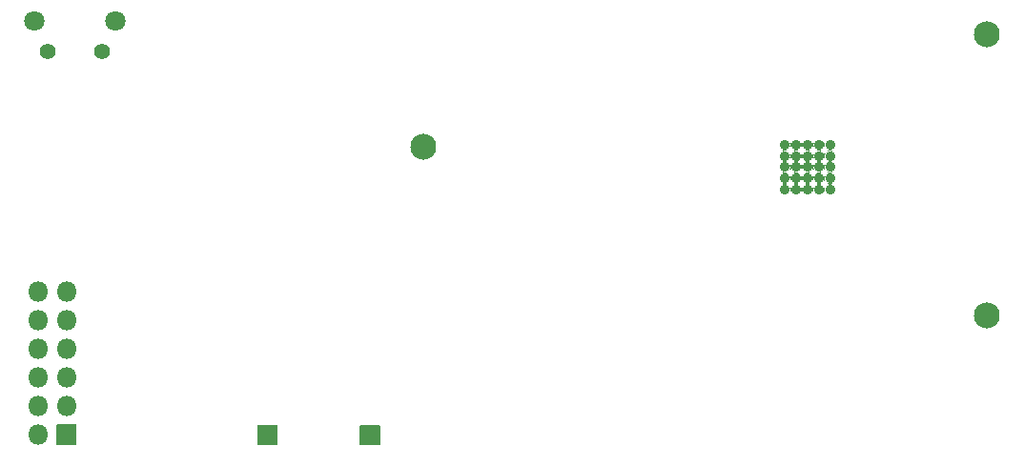
<source format=gbr>
G04 #@! TF.GenerationSoftware,KiCad,Pcbnew,(5.1.9)-1*
G04 #@! TF.CreationDate,2021-02-03T10:13:10+01:00*
G04 #@! TF.ProjectId,epaper-breakout,65706170-6572-42d6-9272-65616b6f7574,rev?*
G04 #@! TF.SameCoordinates,Original*
G04 #@! TF.FileFunction,Soldermask,Bot*
G04 #@! TF.FilePolarity,Negative*
%FSLAX46Y46*%
G04 Gerber Fmt 4.6, Leading zero omitted, Abs format (unit mm)*
G04 Created by KiCad (PCBNEW (5.1.9)-1) date 2021-02-03 10:13:10*
%MOMM*%
%LPD*%
G01*
G04 APERTURE LIST*
%ADD10C,1.392000*%
%ADD11C,1.802000*%
%ADD12C,0.902000*%
%ADD13O,1.802000X1.802000*%
%ADD14C,2.302000*%
%ADD15C,0.100000*%
G04 APERTURE END LIST*
D10*
X32888000Y-23765000D03*
X28038000Y-23765000D03*
D11*
X34063000Y-21065000D03*
X26863000Y-21065000D03*
D12*
X93500000Y-32020000D03*
X93500000Y-33020000D03*
X93500000Y-34020000D03*
X93500000Y-35020000D03*
X93500000Y-36020000D03*
X94500000Y-36020000D03*
X94500000Y-35020000D03*
X94500000Y-34020000D03*
X94500000Y-33020000D03*
X94500000Y-32020000D03*
X96500000Y-32020000D03*
X96500000Y-33020000D03*
X96500000Y-34020000D03*
X96500000Y-35020000D03*
X96500000Y-36020000D03*
X95500000Y-36020000D03*
X95500000Y-35020000D03*
X95500000Y-34020000D03*
X95500000Y-33020000D03*
X95500000Y-32020000D03*
X97500000Y-36020000D03*
X97500000Y-35020000D03*
X97500000Y-34020000D03*
X97500000Y-33020000D03*
X97500000Y-32020000D03*
G36*
G01*
X55741000Y-58698500D02*
X55741000Y-56998500D01*
G75*
G02*
X55792000Y-56947500I51000J0D01*
G01*
X57492000Y-56947500D01*
G75*
G02*
X57543000Y-56998500I0J-51000D01*
G01*
X57543000Y-58698500D01*
G75*
G02*
X57492000Y-58749500I-51000J0D01*
G01*
X55792000Y-58749500D01*
G75*
G02*
X55741000Y-58698500I0J51000D01*
G01*
G37*
G36*
G01*
X46660500Y-58698500D02*
X46660500Y-56998500D01*
G75*
G02*
X46711500Y-56947500I51000J0D01*
G01*
X48411500Y-56947500D01*
G75*
G02*
X48462500Y-56998500I0J-51000D01*
G01*
X48462500Y-58698500D01*
G75*
G02*
X48411500Y-58749500I-51000J0D01*
G01*
X46711500Y-58749500D01*
G75*
G02*
X46660500Y-58698500I0J51000D01*
G01*
G37*
D13*
X27152600Y-45085000D03*
X29692600Y-45085000D03*
X27152600Y-47625000D03*
X29692600Y-47625000D03*
X27152600Y-50165000D03*
X29692600Y-50165000D03*
X27152600Y-52705000D03*
X29692600Y-52705000D03*
X27152600Y-55245000D03*
X29692600Y-55245000D03*
X27152600Y-57785000D03*
G36*
G01*
X30593600Y-56935000D02*
X30593600Y-58635000D01*
G75*
G02*
X30542600Y-58686000I-51000J0D01*
G01*
X28842600Y-58686000D01*
G75*
G02*
X28791600Y-58635000I0J51000D01*
G01*
X28791600Y-56935000D01*
G75*
G02*
X28842600Y-56884000I51000J0D01*
G01*
X30542600Y-56884000D01*
G75*
G02*
X30593600Y-56935000I0J-51000D01*
G01*
G37*
D14*
X111400000Y-47200000D03*
X61400000Y-32200000D03*
X111400000Y-22200000D03*
D15*
G36*
X95899807Y-35807374D02*
G01*
X95913034Y-35823491D01*
X95931671Y-35838786D01*
X95952934Y-35850151D01*
X95976009Y-35857151D01*
X96000000Y-35859514D01*
X96023992Y-35857151D01*
X96047066Y-35850151D01*
X96068330Y-35838786D01*
X96086967Y-35823490D01*
X96100193Y-35807374D01*
X96102065Y-35806670D01*
X96103611Y-35807939D01*
X96103587Y-35809408D01*
X96070344Y-35889664D01*
X96053172Y-35975993D01*
X96053172Y-36064007D01*
X96070344Y-36150336D01*
X96103587Y-36230592D01*
X96103326Y-36232575D01*
X96101478Y-36233340D01*
X96100193Y-36232626D01*
X96086966Y-36216509D01*
X96068329Y-36201214D01*
X96047066Y-36189849D01*
X96023991Y-36182849D01*
X96000000Y-36180486D01*
X95976008Y-36182849D01*
X95952934Y-36189849D01*
X95931670Y-36201214D01*
X95913033Y-36216510D01*
X95899807Y-36232626D01*
X95897935Y-36233330D01*
X95896389Y-36232061D01*
X95896413Y-36230592D01*
X95929656Y-36150336D01*
X95946828Y-36064007D01*
X95946828Y-35975993D01*
X95929656Y-35889664D01*
X95896413Y-35809408D01*
X95896674Y-35807425D01*
X95898522Y-35806660D01*
X95899807Y-35807374D01*
G37*
G36*
X96899807Y-35807374D02*
G01*
X96913034Y-35823491D01*
X96931671Y-35838786D01*
X96952934Y-35850151D01*
X96976009Y-35857151D01*
X97000000Y-35859514D01*
X97023992Y-35857151D01*
X97047066Y-35850151D01*
X97068330Y-35838786D01*
X97086967Y-35823490D01*
X97100193Y-35807374D01*
X97102065Y-35806670D01*
X97103611Y-35807939D01*
X97103587Y-35809408D01*
X97070344Y-35889664D01*
X97053172Y-35975993D01*
X97053172Y-36064007D01*
X97070344Y-36150336D01*
X97103587Y-36230592D01*
X97103326Y-36232575D01*
X97101478Y-36233340D01*
X97100193Y-36232626D01*
X97086966Y-36216509D01*
X97068329Y-36201214D01*
X97047066Y-36189849D01*
X97023991Y-36182849D01*
X97000000Y-36180486D01*
X96976008Y-36182849D01*
X96952934Y-36189849D01*
X96931670Y-36201214D01*
X96913033Y-36216510D01*
X96899807Y-36232626D01*
X96897935Y-36233330D01*
X96896389Y-36232061D01*
X96896413Y-36230592D01*
X96929656Y-36150336D01*
X96946828Y-36064007D01*
X96946828Y-35975993D01*
X96929656Y-35889664D01*
X96896413Y-35809408D01*
X96896674Y-35807425D01*
X96898522Y-35806660D01*
X96899807Y-35807374D01*
G37*
G36*
X94899807Y-35807374D02*
G01*
X94913034Y-35823491D01*
X94931671Y-35838786D01*
X94952934Y-35850151D01*
X94976009Y-35857151D01*
X95000000Y-35859514D01*
X95023992Y-35857151D01*
X95047066Y-35850151D01*
X95068330Y-35838786D01*
X95086967Y-35823490D01*
X95100193Y-35807374D01*
X95102065Y-35806670D01*
X95103611Y-35807939D01*
X95103587Y-35809408D01*
X95070344Y-35889664D01*
X95053172Y-35975993D01*
X95053172Y-36064007D01*
X95070344Y-36150336D01*
X95103587Y-36230592D01*
X95103326Y-36232575D01*
X95101478Y-36233340D01*
X95100193Y-36232626D01*
X95086966Y-36216509D01*
X95068329Y-36201214D01*
X95047066Y-36189849D01*
X95023991Y-36182849D01*
X95000000Y-36180486D01*
X94976008Y-36182849D01*
X94952934Y-36189849D01*
X94931670Y-36201214D01*
X94913033Y-36216510D01*
X94899807Y-36232626D01*
X94897935Y-36233330D01*
X94896389Y-36232061D01*
X94896413Y-36230592D01*
X94929656Y-36150336D01*
X94946828Y-36064007D01*
X94946828Y-35975993D01*
X94929656Y-35889664D01*
X94896413Y-35809408D01*
X94896674Y-35807425D01*
X94898522Y-35806660D01*
X94899807Y-35807374D01*
G37*
G36*
X93899807Y-35807374D02*
G01*
X93913034Y-35823491D01*
X93931671Y-35838786D01*
X93952934Y-35850151D01*
X93976009Y-35857151D01*
X94000000Y-35859514D01*
X94023992Y-35857151D01*
X94047066Y-35850151D01*
X94068330Y-35838786D01*
X94086967Y-35823490D01*
X94100193Y-35807374D01*
X94102065Y-35806670D01*
X94103611Y-35807939D01*
X94103587Y-35809408D01*
X94070344Y-35889664D01*
X94053172Y-35975993D01*
X94053172Y-36064007D01*
X94070344Y-36150336D01*
X94103587Y-36230592D01*
X94103326Y-36232575D01*
X94101478Y-36233340D01*
X94100193Y-36232626D01*
X94086966Y-36216509D01*
X94068329Y-36201214D01*
X94047066Y-36189849D01*
X94023991Y-36182849D01*
X94000000Y-36180486D01*
X93976008Y-36182849D01*
X93952934Y-36189849D01*
X93931670Y-36201214D01*
X93913033Y-36216510D01*
X93899807Y-36232626D01*
X93897935Y-36233330D01*
X93896389Y-36232061D01*
X93896413Y-36230592D01*
X93929656Y-36150336D01*
X93946828Y-36064007D01*
X93946828Y-35975993D01*
X93929656Y-35889664D01*
X93896413Y-35809408D01*
X93896674Y-35807425D01*
X93898522Y-35806660D01*
X93899807Y-35807374D01*
G37*
G36*
X95289408Y-35416413D02*
G01*
X95369664Y-35449656D01*
X95455993Y-35466828D01*
X95544007Y-35466828D01*
X95630336Y-35449656D01*
X95710592Y-35416413D01*
X95712575Y-35416674D01*
X95713340Y-35418522D01*
X95712626Y-35419807D01*
X95696509Y-35433034D01*
X95681214Y-35451671D01*
X95669849Y-35472934D01*
X95662849Y-35496009D01*
X95660486Y-35520000D01*
X95662849Y-35543992D01*
X95669849Y-35567066D01*
X95681214Y-35588330D01*
X95696510Y-35606967D01*
X95712626Y-35620193D01*
X95713330Y-35622065D01*
X95712061Y-35623611D01*
X95710592Y-35623587D01*
X95630336Y-35590344D01*
X95544007Y-35573172D01*
X95455993Y-35573172D01*
X95369664Y-35590344D01*
X95289408Y-35623587D01*
X95287425Y-35623326D01*
X95286660Y-35621478D01*
X95287374Y-35620193D01*
X95303491Y-35606966D01*
X95318786Y-35588329D01*
X95330151Y-35567066D01*
X95337151Y-35543991D01*
X95339514Y-35520000D01*
X95337151Y-35496008D01*
X95330151Y-35472934D01*
X95318786Y-35451670D01*
X95303490Y-35433033D01*
X95287374Y-35419807D01*
X95286670Y-35417935D01*
X95287939Y-35416389D01*
X95289408Y-35416413D01*
G37*
G36*
X93289408Y-35416413D02*
G01*
X93369664Y-35449656D01*
X93455993Y-35466828D01*
X93544007Y-35466828D01*
X93630336Y-35449656D01*
X93710592Y-35416413D01*
X93712575Y-35416674D01*
X93713340Y-35418522D01*
X93712626Y-35419807D01*
X93696509Y-35433034D01*
X93681214Y-35451671D01*
X93669849Y-35472934D01*
X93662849Y-35496009D01*
X93660486Y-35520000D01*
X93662849Y-35543992D01*
X93669849Y-35567066D01*
X93681214Y-35588330D01*
X93696510Y-35606967D01*
X93712626Y-35620193D01*
X93713330Y-35622065D01*
X93712061Y-35623611D01*
X93710592Y-35623587D01*
X93630336Y-35590344D01*
X93544007Y-35573172D01*
X93455993Y-35573172D01*
X93369664Y-35590344D01*
X93289408Y-35623587D01*
X93287425Y-35623326D01*
X93286660Y-35621478D01*
X93287374Y-35620193D01*
X93303491Y-35606966D01*
X93318786Y-35588329D01*
X93330151Y-35567066D01*
X93337151Y-35543991D01*
X93339514Y-35520000D01*
X93337151Y-35496008D01*
X93330151Y-35472934D01*
X93318786Y-35451670D01*
X93303490Y-35433033D01*
X93287374Y-35419807D01*
X93286670Y-35417935D01*
X93287939Y-35416389D01*
X93289408Y-35416413D01*
G37*
G36*
X97289408Y-35416413D02*
G01*
X97369664Y-35449656D01*
X97455993Y-35466828D01*
X97544007Y-35466828D01*
X97630336Y-35449656D01*
X97710592Y-35416413D01*
X97712575Y-35416674D01*
X97713340Y-35418522D01*
X97712626Y-35419807D01*
X97696509Y-35433034D01*
X97681214Y-35451671D01*
X97669849Y-35472934D01*
X97662849Y-35496009D01*
X97660486Y-35520000D01*
X97662849Y-35543992D01*
X97669849Y-35567066D01*
X97681214Y-35588330D01*
X97696510Y-35606967D01*
X97712626Y-35620193D01*
X97713330Y-35622065D01*
X97712061Y-35623611D01*
X97710592Y-35623587D01*
X97630336Y-35590344D01*
X97544007Y-35573172D01*
X97455993Y-35573172D01*
X97369664Y-35590344D01*
X97289408Y-35623587D01*
X97287425Y-35623326D01*
X97286660Y-35621478D01*
X97287374Y-35620193D01*
X97303491Y-35606966D01*
X97318786Y-35588329D01*
X97330151Y-35567066D01*
X97337151Y-35543991D01*
X97339514Y-35520000D01*
X97337151Y-35496008D01*
X97330151Y-35472934D01*
X97318786Y-35451670D01*
X97303490Y-35433033D01*
X97287374Y-35419807D01*
X97286670Y-35417935D01*
X97287939Y-35416389D01*
X97289408Y-35416413D01*
G37*
G36*
X96289408Y-35416413D02*
G01*
X96369664Y-35449656D01*
X96455993Y-35466828D01*
X96544007Y-35466828D01*
X96630336Y-35449656D01*
X96710592Y-35416413D01*
X96712575Y-35416674D01*
X96713340Y-35418522D01*
X96712626Y-35419807D01*
X96696509Y-35433034D01*
X96681214Y-35451671D01*
X96669849Y-35472934D01*
X96662849Y-35496009D01*
X96660486Y-35520000D01*
X96662849Y-35543992D01*
X96669849Y-35567066D01*
X96681214Y-35588330D01*
X96696510Y-35606967D01*
X96712626Y-35620193D01*
X96713330Y-35622065D01*
X96712061Y-35623611D01*
X96710592Y-35623587D01*
X96630336Y-35590344D01*
X96544007Y-35573172D01*
X96455993Y-35573172D01*
X96369664Y-35590344D01*
X96289408Y-35623587D01*
X96287425Y-35623326D01*
X96286660Y-35621478D01*
X96287374Y-35620193D01*
X96303491Y-35606966D01*
X96318786Y-35588329D01*
X96330151Y-35567066D01*
X96337151Y-35543991D01*
X96339514Y-35520000D01*
X96337151Y-35496008D01*
X96330151Y-35472934D01*
X96318786Y-35451670D01*
X96303490Y-35433033D01*
X96287374Y-35419807D01*
X96286670Y-35417935D01*
X96287939Y-35416389D01*
X96289408Y-35416413D01*
G37*
G36*
X94289408Y-35416413D02*
G01*
X94369664Y-35449656D01*
X94455993Y-35466828D01*
X94544007Y-35466828D01*
X94630336Y-35449656D01*
X94710592Y-35416413D01*
X94712575Y-35416674D01*
X94713340Y-35418522D01*
X94712626Y-35419807D01*
X94696509Y-35433034D01*
X94681214Y-35451671D01*
X94669849Y-35472934D01*
X94662849Y-35496009D01*
X94660486Y-35520000D01*
X94662849Y-35543992D01*
X94669849Y-35567066D01*
X94681214Y-35588330D01*
X94696510Y-35606967D01*
X94712626Y-35620193D01*
X94713330Y-35622065D01*
X94712061Y-35623611D01*
X94710592Y-35623587D01*
X94630336Y-35590344D01*
X94544007Y-35573172D01*
X94455993Y-35573172D01*
X94369664Y-35590344D01*
X94289408Y-35623587D01*
X94287425Y-35623326D01*
X94286660Y-35621478D01*
X94287374Y-35620193D01*
X94303491Y-35606966D01*
X94318786Y-35588329D01*
X94330151Y-35567066D01*
X94337151Y-35543991D01*
X94339514Y-35520000D01*
X94337151Y-35496008D01*
X94330151Y-35472934D01*
X94318786Y-35451670D01*
X94303490Y-35433033D01*
X94287374Y-35419807D01*
X94286670Y-35417935D01*
X94287939Y-35416389D01*
X94289408Y-35416413D01*
G37*
G36*
X94899807Y-34807374D02*
G01*
X94913034Y-34823491D01*
X94931671Y-34838786D01*
X94952934Y-34850151D01*
X94976009Y-34857151D01*
X95000000Y-34859514D01*
X95023992Y-34857151D01*
X95047066Y-34850151D01*
X95068330Y-34838786D01*
X95086967Y-34823490D01*
X95100193Y-34807374D01*
X95102065Y-34806670D01*
X95103611Y-34807939D01*
X95103587Y-34809408D01*
X95070344Y-34889664D01*
X95053172Y-34975993D01*
X95053172Y-35064007D01*
X95070344Y-35150336D01*
X95103587Y-35230592D01*
X95103326Y-35232575D01*
X95101478Y-35233340D01*
X95100193Y-35232626D01*
X95086966Y-35216509D01*
X95068329Y-35201214D01*
X95047066Y-35189849D01*
X95023991Y-35182849D01*
X95000000Y-35180486D01*
X94976008Y-35182849D01*
X94952934Y-35189849D01*
X94931670Y-35201214D01*
X94913033Y-35216510D01*
X94899807Y-35232626D01*
X94897935Y-35233330D01*
X94896389Y-35232061D01*
X94896413Y-35230592D01*
X94929656Y-35150336D01*
X94946828Y-35064007D01*
X94946828Y-34975993D01*
X94929656Y-34889664D01*
X94896413Y-34809408D01*
X94896674Y-34807425D01*
X94898522Y-34806660D01*
X94899807Y-34807374D01*
G37*
G36*
X96899807Y-34807374D02*
G01*
X96913034Y-34823491D01*
X96931671Y-34838786D01*
X96952934Y-34850151D01*
X96976009Y-34857151D01*
X97000000Y-34859514D01*
X97023992Y-34857151D01*
X97047066Y-34850151D01*
X97068330Y-34838786D01*
X97086967Y-34823490D01*
X97100193Y-34807374D01*
X97102065Y-34806670D01*
X97103611Y-34807939D01*
X97103587Y-34809408D01*
X97070344Y-34889664D01*
X97053172Y-34975993D01*
X97053172Y-35064007D01*
X97070344Y-35150336D01*
X97103587Y-35230592D01*
X97103326Y-35232575D01*
X97101478Y-35233340D01*
X97100193Y-35232626D01*
X97086966Y-35216509D01*
X97068329Y-35201214D01*
X97047066Y-35189849D01*
X97023991Y-35182849D01*
X97000000Y-35180486D01*
X96976008Y-35182849D01*
X96952934Y-35189849D01*
X96931670Y-35201214D01*
X96913033Y-35216510D01*
X96899807Y-35232626D01*
X96897935Y-35233330D01*
X96896389Y-35232061D01*
X96896413Y-35230592D01*
X96929656Y-35150336D01*
X96946828Y-35064007D01*
X96946828Y-34975993D01*
X96929656Y-34889664D01*
X96896413Y-34809408D01*
X96896674Y-34807425D01*
X96898522Y-34806660D01*
X96899807Y-34807374D01*
G37*
G36*
X93899807Y-34807374D02*
G01*
X93913034Y-34823491D01*
X93931671Y-34838786D01*
X93952934Y-34850151D01*
X93976009Y-34857151D01*
X94000000Y-34859514D01*
X94023992Y-34857151D01*
X94047066Y-34850151D01*
X94068330Y-34838786D01*
X94086967Y-34823490D01*
X94100193Y-34807374D01*
X94102065Y-34806670D01*
X94103611Y-34807939D01*
X94103587Y-34809408D01*
X94070344Y-34889664D01*
X94053172Y-34975993D01*
X94053172Y-35064007D01*
X94070344Y-35150336D01*
X94103587Y-35230592D01*
X94103326Y-35232575D01*
X94101478Y-35233340D01*
X94100193Y-35232626D01*
X94086966Y-35216509D01*
X94068329Y-35201214D01*
X94047066Y-35189849D01*
X94023991Y-35182849D01*
X94000000Y-35180486D01*
X93976008Y-35182849D01*
X93952934Y-35189849D01*
X93931670Y-35201214D01*
X93913033Y-35216510D01*
X93899807Y-35232626D01*
X93897935Y-35233330D01*
X93896389Y-35232061D01*
X93896413Y-35230592D01*
X93929656Y-35150336D01*
X93946828Y-35064007D01*
X93946828Y-34975993D01*
X93929656Y-34889664D01*
X93896413Y-34809408D01*
X93896674Y-34807425D01*
X93898522Y-34806660D01*
X93899807Y-34807374D01*
G37*
G36*
X95899807Y-34807374D02*
G01*
X95913034Y-34823491D01*
X95931671Y-34838786D01*
X95952934Y-34850151D01*
X95976009Y-34857151D01*
X96000000Y-34859514D01*
X96023992Y-34857151D01*
X96047066Y-34850151D01*
X96068330Y-34838786D01*
X96086967Y-34823490D01*
X96100193Y-34807374D01*
X96102065Y-34806670D01*
X96103611Y-34807939D01*
X96103587Y-34809408D01*
X96070344Y-34889664D01*
X96053172Y-34975993D01*
X96053172Y-35064007D01*
X96070344Y-35150336D01*
X96103587Y-35230592D01*
X96103326Y-35232575D01*
X96101478Y-35233340D01*
X96100193Y-35232626D01*
X96086966Y-35216509D01*
X96068329Y-35201214D01*
X96047066Y-35189849D01*
X96023991Y-35182849D01*
X96000000Y-35180486D01*
X95976008Y-35182849D01*
X95952934Y-35189849D01*
X95931670Y-35201214D01*
X95913033Y-35216510D01*
X95899807Y-35232626D01*
X95897935Y-35233330D01*
X95896389Y-35232061D01*
X95896413Y-35230592D01*
X95929656Y-35150336D01*
X95946828Y-35064007D01*
X95946828Y-34975993D01*
X95929656Y-34889664D01*
X95896413Y-34809408D01*
X95896674Y-34807425D01*
X95898522Y-34806660D01*
X95899807Y-34807374D01*
G37*
G36*
X96289408Y-34416413D02*
G01*
X96369664Y-34449656D01*
X96455993Y-34466828D01*
X96544007Y-34466828D01*
X96630336Y-34449656D01*
X96710592Y-34416413D01*
X96712575Y-34416674D01*
X96713340Y-34418522D01*
X96712626Y-34419807D01*
X96696509Y-34433034D01*
X96681214Y-34451671D01*
X96669849Y-34472934D01*
X96662849Y-34496009D01*
X96660486Y-34520000D01*
X96662849Y-34543992D01*
X96669849Y-34567066D01*
X96681214Y-34588330D01*
X96696510Y-34606967D01*
X96712626Y-34620193D01*
X96713330Y-34622065D01*
X96712061Y-34623611D01*
X96710592Y-34623587D01*
X96630336Y-34590344D01*
X96544007Y-34573172D01*
X96455993Y-34573172D01*
X96369664Y-34590344D01*
X96289408Y-34623587D01*
X96287425Y-34623326D01*
X96286660Y-34621478D01*
X96287374Y-34620193D01*
X96303491Y-34606966D01*
X96318786Y-34588329D01*
X96330151Y-34567066D01*
X96337151Y-34543991D01*
X96339514Y-34520000D01*
X96337151Y-34496008D01*
X96330151Y-34472934D01*
X96318786Y-34451670D01*
X96303490Y-34433033D01*
X96287374Y-34419807D01*
X96286670Y-34417935D01*
X96287939Y-34416389D01*
X96289408Y-34416413D01*
G37*
G36*
X94289408Y-34416413D02*
G01*
X94369664Y-34449656D01*
X94455993Y-34466828D01*
X94544007Y-34466828D01*
X94630336Y-34449656D01*
X94710592Y-34416413D01*
X94712575Y-34416674D01*
X94713340Y-34418522D01*
X94712626Y-34419807D01*
X94696509Y-34433034D01*
X94681214Y-34451671D01*
X94669849Y-34472934D01*
X94662849Y-34496009D01*
X94660486Y-34520000D01*
X94662849Y-34543992D01*
X94669849Y-34567066D01*
X94681214Y-34588330D01*
X94696510Y-34606967D01*
X94712626Y-34620193D01*
X94713330Y-34622065D01*
X94712061Y-34623611D01*
X94710592Y-34623587D01*
X94630336Y-34590344D01*
X94544007Y-34573172D01*
X94455993Y-34573172D01*
X94369664Y-34590344D01*
X94289408Y-34623587D01*
X94287425Y-34623326D01*
X94286660Y-34621478D01*
X94287374Y-34620193D01*
X94303491Y-34606966D01*
X94318786Y-34588329D01*
X94330151Y-34567066D01*
X94337151Y-34543991D01*
X94339514Y-34520000D01*
X94337151Y-34496008D01*
X94330151Y-34472934D01*
X94318786Y-34451670D01*
X94303490Y-34433033D01*
X94287374Y-34419807D01*
X94286670Y-34417935D01*
X94287939Y-34416389D01*
X94289408Y-34416413D01*
G37*
G36*
X95289408Y-34416413D02*
G01*
X95369664Y-34449656D01*
X95455993Y-34466828D01*
X95544007Y-34466828D01*
X95630336Y-34449656D01*
X95710592Y-34416413D01*
X95712575Y-34416674D01*
X95713340Y-34418522D01*
X95712626Y-34419807D01*
X95696509Y-34433034D01*
X95681214Y-34451671D01*
X95669849Y-34472934D01*
X95662849Y-34496009D01*
X95660486Y-34520000D01*
X95662849Y-34543992D01*
X95669849Y-34567066D01*
X95681214Y-34588330D01*
X95696510Y-34606967D01*
X95712626Y-34620193D01*
X95713330Y-34622065D01*
X95712061Y-34623611D01*
X95710592Y-34623587D01*
X95630336Y-34590344D01*
X95544007Y-34573172D01*
X95455993Y-34573172D01*
X95369664Y-34590344D01*
X95289408Y-34623587D01*
X95287425Y-34623326D01*
X95286660Y-34621478D01*
X95287374Y-34620193D01*
X95303491Y-34606966D01*
X95318786Y-34588329D01*
X95330151Y-34567066D01*
X95337151Y-34543991D01*
X95339514Y-34520000D01*
X95337151Y-34496008D01*
X95330151Y-34472934D01*
X95318786Y-34451670D01*
X95303490Y-34433033D01*
X95287374Y-34419807D01*
X95286670Y-34417935D01*
X95287939Y-34416389D01*
X95289408Y-34416413D01*
G37*
G36*
X93289408Y-34416413D02*
G01*
X93369664Y-34449656D01*
X93455993Y-34466828D01*
X93544007Y-34466828D01*
X93630336Y-34449656D01*
X93710592Y-34416413D01*
X93712575Y-34416674D01*
X93713340Y-34418522D01*
X93712626Y-34419807D01*
X93696509Y-34433034D01*
X93681214Y-34451671D01*
X93669849Y-34472934D01*
X93662849Y-34496009D01*
X93660486Y-34520000D01*
X93662849Y-34543992D01*
X93669849Y-34567066D01*
X93681214Y-34588330D01*
X93696510Y-34606967D01*
X93712626Y-34620193D01*
X93713330Y-34622065D01*
X93712061Y-34623611D01*
X93710592Y-34623587D01*
X93630336Y-34590344D01*
X93544007Y-34573172D01*
X93455993Y-34573172D01*
X93369664Y-34590344D01*
X93289408Y-34623587D01*
X93287425Y-34623326D01*
X93286660Y-34621478D01*
X93287374Y-34620193D01*
X93303491Y-34606966D01*
X93318786Y-34588329D01*
X93330151Y-34567066D01*
X93337151Y-34543991D01*
X93339514Y-34520000D01*
X93337151Y-34496008D01*
X93330151Y-34472934D01*
X93318786Y-34451670D01*
X93303490Y-34433033D01*
X93287374Y-34419807D01*
X93286670Y-34417935D01*
X93287939Y-34416389D01*
X93289408Y-34416413D01*
G37*
G36*
X97289408Y-34416413D02*
G01*
X97369664Y-34449656D01*
X97455993Y-34466828D01*
X97544007Y-34466828D01*
X97630336Y-34449656D01*
X97710592Y-34416413D01*
X97712575Y-34416674D01*
X97713340Y-34418522D01*
X97712626Y-34419807D01*
X97696509Y-34433034D01*
X97681214Y-34451671D01*
X97669849Y-34472934D01*
X97662849Y-34496009D01*
X97660486Y-34520000D01*
X97662849Y-34543992D01*
X97669849Y-34567066D01*
X97681214Y-34588330D01*
X97696510Y-34606967D01*
X97712626Y-34620193D01*
X97713330Y-34622065D01*
X97712061Y-34623611D01*
X97710592Y-34623587D01*
X97630336Y-34590344D01*
X97544007Y-34573172D01*
X97455993Y-34573172D01*
X97369664Y-34590344D01*
X97289408Y-34623587D01*
X97287425Y-34623326D01*
X97286660Y-34621478D01*
X97287374Y-34620193D01*
X97303491Y-34606966D01*
X97318786Y-34588329D01*
X97330151Y-34567066D01*
X97337151Y-34543991D01*
X97339514Y-34520000D01*
X97337151Y-34496008D01*
X97330151Y-34472934D01*
X97318786Y-34451670D01*
X97303490Y-34433033D01*
X97287374Y-34419807D01*
X97286670Y-34417935D01*
X97287939Y-34416389D01*
X97289408Y-34416413D01*
G37*
G36*
X96899807Y-33807374D02*
G01*
X96913034Y-33823491D01*
X96931671Y-33838786D01*
X96952934Y-33850151D01*
X96976009Y-33857151D01*
X97000000Y-33859514D01*
X97023992Y-33857151D01*
X97047066Y-33850151D01*
X97068330Y-33838786D01*
X97086967Y-33823490D01*
X97100193Y-33807374D01*
X97102065Y-33806670D01*
X97103611Y-33807939D01*
X97103587Y-33809408D01*
X97070344Y-33889664D01*
X97053172Y-33975993D01*
X97053172Y-34064007D01*
X97070344Y-34150336D01*
X97103587Y-34230592D01*
X97103326Y-34232575D01*
X97101478Y-34233340D01*
X97100193Y-34232626D01*
X97086966Y-34216509D01*
X97068329Y-34201214D01*
X97047066Y-34189849D01*
X97023991Y-34182849D01*
X97000000Y-34180486D01*
X96976008Y-34182849D01*
X96952934Y-34189849D01*
X96931670Y-34201214D01*
X96913033Y-34216510D01*
X96899807Y-34232626D01*
X96897935Y-34233330D01*
X96896389Y-34232061D01*
X96896413Y-34230592D01*
X96929656Y-34150336D01*
X96946828Y-34064007D01*
X96946828Y-33975993D01*
X96929656Y-33889664D01*
X96896413Y-33809408D01*
X96896674Y-33807425D01*
X96898522Y-33806660D01*
X96899807Y-33807374D01*
G37*
G36*
X94899807Y-33807374D02*
G01*
X94913034Y-33823491D01*
X94931671Y-33838786D01*
X94952934Y-33850151D01*
X94976009Y-33857151D01*
X95000000Y-33859514D01*
X95023992Y-33857151D01*
X95047066Y-33850151D01*
X95068330Y-33838786D01*
X95086967Y-33823490D01*
X95100193Y-33807374D01*
X95102065Y-33806670D01*
X95103611Y-33807939D01*
X95103587Y-33809408D01*
X95070344Y-33889664D01*
X95053172Y-33975993D01*
X95053172Y-34064007D01*
X95070344Y-34150336D01*
X95103587Y-34230592D01*
X95103326Y-34232575D01*
X95101478Y-34233340D01*
X95100193Y-34232626D01*
X95086966Y-34216509D01*
X95068329Y-34201214D01*
X95047066Y-34189849D01*
X95023991Y-34182849D01*
X95000000Y-34180486D01*
X94976008Y-34182849D01*
X94952934Y-34189849D01*
X94931670Y-34201214D01*
X94913033Y-34216510D01*
X94899807Y-34232626D01*
X94897935Y-34233330D01*
X94896389Y-34232061D01*
X94896413Y-34230592D01*
X94929656Y-34150336D01*
X94946828Y-34064007D01*
X94946828Y-33975993D01*
X94929656Y-33889664D01*
X94896413Y-33809408D01*
X94896674Y-33807425D01*
X94898522Y-33806660D01*
X94899807Y-33807374D01*
G37*
G36*
X95899807Y-33807374D02*
G01*
X95913034Y-33823491D01*
X95931671Y-33838786D01*
X95952934Y-33850151D01*
X95976009Y-33857151D01*
X96000000Y-33859514D01*
X96023992Y-33857151D01*
X96047066Y-33850151D01*
X96068330Y-33838786D01*
X96086967Y-33823490D01*
X96100193Y-33807374D01*
X96102065Y-33806670D01*
X96103611Y-33807939D01*
X96103587Y-33809408D01*
X96070344Y-33889664D01*
X96053172Y-33975993D01*
X96053172Y-34064007D01*
X96070344Y-34150336D01*
X96103587Y-34230592D01*
X96103326Y-34232575D01*
X96101478Y-34233340D01*
X96100193Y-34232626D01*
X96086966Y-34216509D01*
X96068329Y-34201214D01*
X96047066Y-34189849D01*
X96023991Y-34182849D01*
X96000000Y-34180486D01*
X95976008Y-34182849D01*
X95952934Y-34189849D01*
X95931670Y-34201214D01*
X95913033Y-34216510D01*
X95899807Y-34232626D01*
X95897935Y-34233330D01*
X95896389Y-34232061D01*
X95896413Y-34230592D01*
X95929656Y-34150336D01*
X95946828Y-34064007D01*
X95946828Y-33975993D01*
X95929656Y-33889664D01*
X95896413Y-33809408D01*
X95896674Y-33807425D01*
X95898522Y-33806660D01*
X95899807Y-33807374D01*
G37*
G36*
X93899807Y-33807374D02*
G01*
X93913034Y-33823491D01*
X93931671Y-33838786D01*
X93952934Y-33850151D01*
X93976009Y-33857151D01*
X94000000Y-33859514D01*
X94023992Y-33857151D01*
X94047066Y-33850151D01*
X94068330Y-33838786D01*
X94086967Y-33823490D01*
X94100193Y-33807374D01*
X94102065Y-33806670D01*
X94103611Y-33807939D01*
X94103587Y-33809408D01*
X94070344Y-33889664D01*
X94053172Y-33975993D01*
X94053172Y-34064007D01*
X94070344Y-34150336D01*
X94103587Y-34230592D01*
X94103326Y-34232575D01*
X94101478Y-34233340D01*
X94100193Y-34232626D01*
X94086966Y-34216509D01*
X94068329Y-34201214D01*
X94047066Y-34189849D01*
X94023991Y-34182849D01*
X94000000Y-34180486D01*
X93976008Y-34182849D01*
X93952934Y-34189849D01*
X93931670Y-34201214D01*
X93913033Y-34216510D01*
X93899807Y-34232626D01*
X93897935Y-34233330D01*
X93896389Y-34232061D01*
X93896413Y-34230592D01*
X93929656Y-34150336D01*
X93946828Y-34064007D01*
X93946828Y-33975993D01*
X93929656Y-33889664D01*
X93896413Y-33809408D01*
X93896674Y-33807425D01*
X93898522Y-33806660D01*
X93899807Y-33807374D01*
G37*
G36*
X95289408Y-33416413D02*
G01*
X95369664Y-33449656D01*
X95455993Y-33466828D01*
X95544007Y-33466828D01*
X95630336Y-33449656D01*
X95710592Y-33416413D01*
X95712575Y-33416674D01*
X95713340Y-33418522D01*
X95712626Y-33419807D01*
X95696509Y-33433034D01*
X95681214Y-33451671D01*
X95669849Y-33472934D01*
X95662849Y-33496009D01*
X95660486Y-33520000D01*
X95662849Y-33543992D01*
X95669849Y-33567066D01*
X95681214Y-33588330D01*
X95696510Y-33606967D01*
X95712626Y-33620193D01*
X95713330Y-33622065D01*
X95712061Y-33623611D01*
X95710592Y-33623587D01*
X95630336Y-33590344D01*
X95544007Y-33573172D01*
X95455993Y-33573172D01*
X95369664Y-33590344D01*
X95289408Y-33623587D01*
X95287425Y-33623326D01*
X95286660Y-33621478D01*
X95287374Y-33620193D01*
X95303491Y-33606966D01*
X95318786Y-33588329D01*
X95330151Y-33567066D01*
X95337151Y-33543991D01*
X95339514Y-33520000D01*
X95337151Y-33496008D01*
X95330151Y-33472934D01*
X95318786Y-33451670D01*
X95303490Y-33433033D01*
X95287374Y-33419807D01*
X95286670Y-33417935D01*
X95287939Y-33416389D01*
X95289408Y-33416413D01*
G37*
G36*
X94289408Y-33416413D02*
G01*
X94369664Y-33449656D01*
X94455993Y-33466828D01*
X94544007Y-33466828D01*
X94630336Y-33449656D01*
X94710592Y-33416413D01*
X94712575Y-33416674D01*
X94713340Y-33418522D01*
X94712626Y-33419807D01*
X94696509Y-33433034D01*
X94681214Y-33451671D01*
X94669849Y-33472934D01*
X94662849Y-33496009D01*
X94660486Y-33520000D01*
X94662849Y-33543992D01*
X94669849Y-33567066D01*
X94681214Y-33588330D01*
X94696510Y-33606967D01*
X94712626Y-33620193D01*
X94713330Y-33622065D01*
X94712061Y-33623611D01*
X94710592Y-33623587D01*
X94630336Y-33590344D01*
X94544007Y-33573172D01*
X94455993Y-33573172D01*
X94369664Y-33590344D01*
X94289408Y-33623587D01*
X94287425Y-33623326D01*
X94286660Y-33621478D01*
X94287374Y-33620193D01*
X94303491Y-33606966D01*
X94318786Y-33588329D01*
X94330151Y-33567066D01*
X94337151Y-33543991D01*
X94339514Y-33520000D01*
X94337151Y-33496008D01*
X94330151Y-33472934D01*
X94318786Y-33451670D01*
X94303490Y-33433033D01*
X94287374Y-33419807D01*
X94286670Y-33417935D01*
X94287939Y-33416389D01*
X94289408Y-33416413D01*
G37*
G36*
X93289408Y-33416413D02*
G01*
X93369664Y-33449656D01*
X93455993Y-33466828D01*
X93544007Y-33466828D01*
X93630336Y-33449656D01*
X93710592Y-33416413D01*
X93712575Y-33416674D01*
X93713340Y-33418522D01*
X93712626Y-33419807D01*
X93696509Y-33433034D01*
X93681214Y-33451671D01*
X93669849Y-33472934D01*
X93662849Y-33496009D01*
X93660486Y-33520000D01*
X93662849Y-33543992D01*
X93669849Y-33567066D01*
X93681214Y-33588330D01*
X93696510Y-33606967D01*
X93712626Y-33620193D01*
X93713330Y-33622065D01*
X93712061Y-33623611D01*
X93710592Y-33623587D01*
X93630336Y-33590344D01*
X93544007Y-33573172D01*
X93455993Y-33573172D01*
X93369664Y-33590344D01*
X93289408Y-33623587D01*
X93287425Y-33623326D01*
X93286660Y-33621478D01*
X93287374Y-33620193D01*
X93303491Y-33606966D01*
X93318786Y-33588329D01*
X93330151Y-33567066D01*
X93337151Y-33543991D01*
X93339514Y-33520000D01*
X93337151Y-33496008D01*
X93330151Y-33472934D01*
X93318786Y-33451670D01*
X93303490Y-33433033D01*
X93287374Y-33419807D01*
X93286670Y-33417935D01*
X93287939Y-33416389D01*
X93289408Y-33416413D01*
G37*
G36*
X97289408Y-33416413D02*
G01*
X97369664Y-33449656D01*
X97455993Y-33466828D01*
X97544007Y-33466828D01*
X97630336Y-33449656D01*
X97710592Y-33416413D01*
X97712575Y-33416674D01*
X97713340Y-33418522D01*
X97712626Y-33419807D01*
X97696509Y-33433034D01*
X97681214Y-33451671D01*
X97669849Y-33472934D01*
X97662849Y-33496009D01*
X97660486Y-33520000D01*
X97662849Y-33543992D01*
X97669849Y-33567066D01*
X97681214Y-33588330D01*
X97696510Y-33606967D01*
X97712626Y-33620193D01*
X97713330Y-33622065D01*
X97712061Y-33623611D01*
X97710592Y-33623587D01*
X97630336Y-33590344D01*
X97544007Y-33573172D01*
X97455993Y-33573172D01*
X97369664Y-33590344D01*
X97289408Y-33623587D01*
X97287425Y-33623326D01*
X97286660Y-33621478D01*
X97287374Y-33620193D01*
X97303491Y-33606966D01*
X97318786Y-33588329D01*
X97330151Y-33567066D01*
X97337151Y-33543991D01*
X97339514Y-33520000D01*
X97337151Y-33496008D01*
X97330151Y-33472934D01*
X97318786Y-33451670D01*
X97303490Y-33433033D01*
X97287374Y-33419807D01*
X97286670Y-33417935D01*
X97287939Y-33416389D01*
X97289408Y-33416413D01*
G37*
G36*
X96289408Y-33416413D02*
G01*
X96369664Y-33449656D01*
X96455993Y-33466828D01*
X96544007Y-33466828D01*
X96630336Y-33449656D01*
X96710592Y-33416413D01*
X96712575Y-33416674D01*
X96713340Y-33418522D01*
X96712626Y-33419807D01*
X96696509Y-33433034D01*
X96681214Y-33451671D01*
X96669849Y-33472934D01*
X96662849Y-33496009D01*
X96660486Y-33520000D01*
X96662849Y-33543992D01*
X96669849Y-33567066D01*
X96681214Y-33588330D01*
X96696510Y-33606967D01*
X96712626Y-33620193D01*
X96713330Y-33622065D01*
X96712061Y-33623611D01*
X96710592Y-33623587D01*
X96630336Y-33590344D01*
X96544007Y-33573172D01*
X96455993Y-33573172D01*
X96369664Y-33590344D01*
X96289408Y-33623587D01*
X96287425Y-33623326D01*
X96286660Y-33621478D01*
X96287374Y-33620193D01*
X96303491Y-33606966D01*
X96318786Y-33588329D01*
X96330151Y-33567066D01*
X96337151Y-33543991D01*
X96339514Y-33520000D01*
X96337151Y-33496008D01*
X96330151Y-33472934D01*
X96318786Y-33451670D01*
X96303490Y-33433033D01*
X96287374Y-33419807D01*
X96286670Y-33417935D01*
X96287939Y-33416389D01*
X96289408Y-33416413D01*
G37*
G36*
X93899807Y-32807374D02*
G01*
X93913034Y-32823491D01*
X93931671Y-32838786D01*
X93952934Y-32850151D01*
X93976009Y-32857151D01*
X94000000Y-32859514D01*
X94023992Y-32857151D01*
X94047066Y-32850151D01*
X94068330Y-32838786D01*
X94086967Y-32823490D01*
X94100193Y-32807374D01*
X94102065Y-32806670D01*
X94103611Y-32807939D01*
X94103587Y-32809408D01*
X94070344Y-32889664D01*
X94053172Y-32975993D01*
X94053172Y-33064007D01*
X94070344Y-33150336D01*
X94103587Y-33230592D01*
X94103326Y-33232575D01*
X94101478Y-33233340D01*
X94100193Y-33232626D01*
X94086966Y-33216509D01*
X94068329Y-33201214D01*
X94047066Y-33189849D01*
X94023991Y-33182849D01*
X94000000Y-33180486D01*
X93976008Y-33182849D01*
X93952934Y-33189849D01*
X93931670Y-33201214D01*
X93913033Y-33216510D01*
X93899807Y-33232626D01*
X93897935Y-33233330D01*
X93896389Y-33232061D01*
X93896413Y-33230592D01*
X93929656Y-33150336D01*
X93946828Y-33064007D01*
X93946828Y-32975993D01*
X93929656Y-32889664D01*
X93896413Y-32809408D01*
X93896674Y-32807425D01*
X93898522Y-32806660D01*
X93899807Y-32807374D01*
G37*
G36*
X95899807Y-32807374D02*
G01*
X95913034Y-32823491D01*
X95931671Y-32838786D01*
X95952934Y-32850151D01*
X95976009Y-32857151D01*
X96000000Y-32859514D01*
X96023992Y-32857151D01*
X96047066Y-32850151D01*
X96068330Y-32838786D01*
X96086967Y-32823490D01*
X96100193Y-32807374D01*
X96102065Y-32806670D01*
X96103611Y-32807939D01*
X96103587Y-32809408D01*
X96070344Y-32889664D01*
X96053172Y-32975993D01*
X96053172Y-33064007D01*
X96070344Y-33150336D01*
X96103587Y-33230592D01*
X96103326Y-33232575D01*
X96101478Y-33233340D01*
X96100193Y-33232626D01*
X96086966Y-33216509D01*
X96068329Y-33201214D01*
X96047066Y-33189849D01*
X96023991Y-33182849D01*
X96000000Y-33180486D01*
X95976008Y-33182849D01*
X95952934Y-33189849D01*
X95931670Y-33201214D01*
X95913033Y-33216510D01*
X95899807Y-33232626D01*
X95897935Y-33233330D01*
X95896389Y-33232061D01*
X95896413Y-33230592D01*
X95929656Y-33150336D01*
X95946828Y-33064007D01*
X95946828Y-32975993D01*
X95929656Y-32889664D01*
X95896413Y-32809408D01*
X95896674Y-32807425D01*
X95898522Y-32806660D01*
X95899807Y-32807374D01*
G37*
G36*
X96899807Y-32807374D02*
G01*
X96913034Y-32823491D01*
X96931671Y-32838786D01*
X96952934Y-32850151D01*
X96976009Y-32857151D01*
X97000000Y-32859514D01*
X97023992Y-32857151D01*
X97047066Y-32850151D01*
X97068330Y-32838786D01*
X97086967Y-32823490D01*
X97100193Y-32807374D01*
X97102065Y-32806670D01*
X97103611Y-32807939D01*
X97103587Y-32809408D01*
X97070344Y-32889664D01*
X97053172Y-32975993D01*
X97053172Y-33064007D01*
X97070344Y-33150336D01*
X97103587Y-33230592D01*
X97103326Y-33232575D01*
X97101478Y-33233340D01*
X97100193Y-33232626D01*
X97086966Y-33216509D01*
X97068329Y-33201214D01*
X97047066Y-33189849D01*
X97023991Y-33182849D01*
X97000000Y-33180486D01*
X96976008Y-33182849D01*
X96952934Y-33189849D01*
X96931670Y-33201214D01*
X96913033Y-33216510D01*
X96899807Y-33232626D01*
X96897935Y-33233330D01*
X96896389Y-33232061D01*
X96896413Y-33230592D01*
X96929656Y-33150336D01*
X96946828Y-33064007D01*
X96946828Y-32975993D01*
X96929656Y-32889664D01*
X96896413Y-32809408D01*
X96896674Y-32807425D01*
X96898522Y-32806660D01*
X96899807Y-32807374D01*
G37*
G36*
X94899807Y-32807374D02*
G01*
X94913034Y-32823491D01*
X94931671Y-32838786D01*
X94952934Y-32850151D01*
X94976009Y-32857151D01*
X95000000Y-32859514D01*
X95023992Y-32857151D01*
X95047066Y-32850151D01*
X95068330Y-32838786D01*
X95086967Y-32823490D01*
X95100193Y-32807374D01*
X95102065Y-32806670D01*
X95103611Y-32807939D01*
X95103587Y-32809408D01*
X95070344Y-32889664D01*
X95053172Y-32975993D01*
X95053172Y-33064007D01*
X95070344Y-33150336D01*
X95103587Y-33230592D01*
X95103326Y-33232575D01*
X95101478Y-33233340D01*
X95100193Y-33232626D01*
X95086966Y-33216509D01*
X95068329Y-33201214D01*
X95047066Y-33189849D01*
X95023991Y-33182849D01*
X95000000Y-33180486D01*
X94976008Y-33182849D01*
X94952934Y-33189849D01*
X94931670Y-33201214D01*
X94913033Y-33216510D01*
X94899807Y-33232626D01*
X94897935Y-33233330D01*
X94896389Y-33232061D01*
X94896413Y-33230592D01*
X94929656Y-33150336D01*
X94946828Y-33064007D01*
X94946828Y-32975993D01*
X94929656Y-32889664D01*
X94896413Y-32809408D01*
X94896674Y-32807425D01*
X94898522Y-32806660D01*
X94899807Y-32807374D01*
G37*
G36*
X93289408Y-32416413D02*
G01*
X93369664Y-32449656D01*
X93455993Y-32466828D01*
X93544007Y-32466828D01*
X93630336Y-32449656D01*
X93710592Y-32416413D01*
X93712575Y-32416674D01*
X93713340Y-32418522D01*
X93712626Y-32419807D01*
X93696509Y-32433034D01*
X93681214Y-32451671D01*
X93669849Y-32472934D01*
X93662849Y-32496009D01*
X93660486Y-32520000D01*
X93662849Y-32543992D01*
X93669849Y-32567066D01*
X93681214Y-32588330D01*
X93696510Y-32606967D01*
X93712626Y-32620193D01*
X93713330Y-32622065D01*
X93712061Y-32623611D01*
X93710592Y-32623587D01*
X93630336Y-32590344D01*
X93544007Y-32573172D01*
X93455993Y-32573172D01*
X93369664Y-32590344D01*
X93289408Y-32623587D01*
X93287425Y-32623326D01*
X93286660Y-32621478D01*
X93287374Y-32620193D01*
X93303491Y-32606966D01*
X93318786Y-32588329D01*
X93330151Y-32567066D01*
X93337151Y-32543991D01*
X93339514Y-32520000D01*
X93337151Y-32496008D01*
X93330151Y-32472934D01*
X93318786Y-32451670D01*
X93303490Y-32433033D01*
X93287374Y-32419807D01*
X93286670Y-32417935D01*
X93287939Y-32416389D01*
X93289408Y-32416413D01*
G37*
G36*
X94289408Y-32416413D02*
G01*
X94369664Y-32449656D01*
X94455993Y-32466828D01*
X94544007Y-32466828D01*
X94630336Y-32449656D01*
X94710592Y-32416413D01*
X94712575Y-32416674D01*
X94713340Y-32418522D01*
X94712626Y-32419807D01*
X94696509Y-32433034D01*
X94681214Y-32451671D01*
X94669849Y-32472934D01*
X94662849Y-32496009D01*
X94660486Y-32520000D01*
X94662849Y-32543992D01*
X94669849Y-32567066D01*
X94681214Y-32588330D01*
X94696510Y-32606967D01*
X94712626Y-32620193D01*
X94713330Y-32622065D01*
X94712061Y-32623611D01*
X94710592Y-32623587D01*
X94630336Y-32590344D01*
X94544007Y-32573172D01*
X94455993Y-32573172D01*
X94369664Y-32590344D01*
X94289408Y-32623587D01*
X94287425Y-32623326D01*
X94286660Y-32621478D01*
X94287374Y-32620193D01*
X94303491Y-32606966D01*
X94318786Y-32588329D01*
X94330151Y-32567066D01*
X94337151Y-32543991D01*
X94339514Y-32520000D01*
X94337151Y-32496008D01*
X94330151Y-32472934D01*
X94318786Y-32451670D01*
X94303490Y-32433033D01*
X94287374Y-32419807D01*
X94286670Y-32417935D01*
X94287939Y-32416389D01*
X94289408Y-32416413D01*
G37*
G36*
X97289408Y-32416413D02*
G01*
X97369664Y-32449656D01*
X97455993Y-32466828D01*
X97544007Y-32466828D01*
X97630336Y-32449656D01*
X97710592Y-32416413D01*
X97712575Y-32416674D01*
X97713340Y-32418522D01*
X97712626Y-32419807D01*
X97696509Y-32433034D01*
X97681214Y-32451671D01*
X97669849Y-32472934D01*
X97662849Y-32496009D01*
X97660486Y-32520000D01*
X97662849Y-32543992D01*
X97669849Y-32567066D01*
X97681214Y-32588330D01*
X97696510Y-32606967D01*
X97712626Y-32620193D01*
X97713330Y-32622065D01*
X97712061Y-32623611D01*
X97710592Y-32623587D01*
X97630336Y-32590344D01*
X97544007Y-32573172D01*
X97455993Y-32573172D01*
X97369664Y-32590344D01*
X97289408Y-32623587D01*
X97287425Y-32623326D01*
X97286660Y-32621478D01*
X97287374Y-32620193D01*
X97303491Y-32606966D01*
X97318786Y-32588329D01*
X97330151Y-32567066D01*
X97337151Y-32543991D01*
X97339514Y-32520000D01*
X97337151Y-32496008D01*
X97330151Y-32472934D01*
X97318786Y-32451670D01*
X97303490Y-32433033D01*
X97287374Y-32419807D01*
X97286670Y-32417935D01*
X97287939Y-32416389D01*
X97289408Y-32416413D01*
G37*
G36*
X95289408Y-32416413D02*
G01*
X95369664Y-32449656D01*
X95455993Y-32466828D01*
X95544007Y-32466828D01*
X95630336Y-32449656D01*
X95710592Y-32416413D01*
X95712575Y-32416674D01*
X95713340Y-32418522D01*
X95712626Y-32419807D01*
X95696509Y-32433034D01*
X95681214Y-32451671D01*
X95669849Y-32472934D01*
X95662849Y-32496009D01*
X95660486Y-32520000D01*
X95662849Y-32543992D01*
X95669849Y-32567066D01*
X95681214Y-32588330D01*
X95696510Y-32606967D01*
X95712626Y-32620193D01*
X95713330Y-32622065D01*
X95712061Y-32623611D01*
X95710592Y-32623587D01*
X95630336Y-32590344D01*
X95544007Y-32573172D01*
X95455993Y-32573172D01*
X95369664Y-32590344D01*
X95289408Y-32623587D01*
X95287425Y-32623326D01*
X95286660Y-32621478D01*
X95287374Y-32620193D01*
X95303491Y-32606966D01*
X95318786Y-32588329D01*
X95330151Y-32567066D01*
X95337151Y-32543991D01*
X95339514Y-32520000D01*
X95337151Y-32496008D01*
X95330151Y-32472934D01*
X95318786Y-32451670D01*
X95303490Y-32433033D01*
X95287374Y-32419807D01*
X95286670Y-32417935D01*
X95287939Y-32416389D01*
X95289408Y-32416413D01*
G37*
G36*
X96289408Y-32416413D02*
G01*
X96369664Y-32449656D01*
X96455993Y-32466828D01*
X96544007Y-32466828D01*
X96630336Y-32449656D01*
X96710592Y-32416413D01*
X96712575Y-32416674D01*
X96713340Y-32418522D01*
X96712626Y-32419807D01*
X96696509Y-32433034D01*
X96681214Y-32451671D01*
X96669849Y-32472934D01*
X96662849Y-32496009D01*
X96660486Y-32520000D01*
X96662849Y-32543992D01*
X96669849Y-32567066D01*
X96681214Y-32588330D01*
X96696510Y-32606967D01*
X96712626Y-32620193D01*
X96713330Y-32622065D01*
X96712061Y-32623611D01*
X96710592Y-32623587D01*
X96630336Y-32590344D01*
X96544007Y-32573172D01*
X96455993Y-32573172D01*
X96369664Y-32590344D01*
X96289408Y-32623587D01*
X96287425Y-32623326D01*
X96286660Y-32621478D01*
X96287374Y-32620193D01*
X96303491Y-32606966D01*
X96318786Y-32588329D01*
X96330151Y-32567066D01*
X96337151Y-32543991D01*
X96339514Y-32520000D01*
X96337151Y-32496008D01*
X96330151Y-32472934D01*
X96318786Y-32451670D01*
X96303490Y-32433033D01*
X96287374Y-32419807D01*
X96286670Y-32417935D01*
X96287939Y-32416389D01*
X96289408Y-32416413D01*
G37*
G36*
X94899807Y-31807374D02*
G01*
X94913034Y-31823491D01*
X94931671Y-31838786D01*
X94952934Y-31850151D01*
X94976009Y-31857151D01*
X95000000Y-31859514D01*
X95023992Y-31857151D01*
X95047066Y-31850151D01*
X95068330Y-31838786D01*
X95086967Y-31823490D01*
X95100193Y-31807374D01*
X95102065Y-31806670D01*
X95103611Y-31807939D01*
X95103587Y-31809408D01*
X95070344Y-31889664D01*
X95053172Y-31975993D01*
X95053172Y-32064007D01*
X95070344Y-32150336D01*
X95103587Y-32230592D01*
X95103326Y-32232575D01*
X95101478Y-32233340D01*
X95100193Y-32232626D01*
X95086966Y-32216509D01*
X95068329Y-32201214D01*
X95047066Y-32189849D01*
X95023991Y-32182849D01*
X95000000Y-32180486D01*
X94976008Y-32182849D01*
X94952934Y-32189849D01*
X94931670Y-32201214D01*
X94913033Y-32216510D01*
X94899807Y-32232626D01*
X94897935Y-32233330D01*
X94896389Y-32232061D01*
X94896413Y-32230592D01*
X94929656Y-32150336D01*
X94946828Y-32064007D01*
X94946828Y-31975993D01*
X94929656Y-31889664D01*
X94896413Y-31809408D01*
X94896674Y-31807425D01*
X94898522Y-31806660D01*
X94899807Y-31807374D01*
G37*
G36*
X95899807Y-31807374D02*
G01*
X95913034Y-31823491D01*
X95931671Y-31838786D01*
X95952934Y-31850151D01*
X95976009Y-31857151D01*
X96000000Y-31859514D01*
X96023992Y-31857151D01*
X96047066Y-31850151D01*
X96068330Y-31838786D01*
X96086967Y-31823490D01*
X96100193Y-31807374D01*
X96102065Y-31806670D01*
X96103611Y-31807939D01*
X96103587Y-31809408D01*
X96070344Y-31889664D01*
X96053172Y-31975993D01*
X96053172Y-32064007D01*
X96070344Y-32150336D01*
X96103587Y-32230592D01*
X96103326Y-32232575D01*
X96101478Y-32233340D01*
X96100193Y-32232626D01*
X96086966Y-32216509D01*
X96068329Y-32201214D01*
X96047066Y-32189849D01*
X96023991Y-32182849D01*
X96000000Y-32180486D01*
X95976008Y-32182849D01*
X95952934Y-32189849D01*
X95931670Y-32201214D01*
X95913033Y-32216510D01*
X95899807Y-32232626D01*
X95897935Y-32233330D01*
X95896389Y-32232061D01*
X95896413Y-32230592D01*
X95929656Y-32150336D01*
X95946828Y-32064007D01*
X95946828Y-31975993D01*
X95929656Y-31889664D01*
X95896413Y-31809408D01*
X95896674Y-31807425D01*
X95898522Y-31806660D01*
X95899807Y-31807374D01*
G37*
G36*
X93899807Y-31807374D02*
G01*
X93913034Y-31823491D01*
X93931671Y-31838786D01*
X93952934Y-31850151D01*
X93976009Y-31857151D01*
X94000000Y-31859514D01*
X94023992Y-31857151D01*
X94047066Y-31850151D01*
X94068330Y-31838786D01*
X94086967Y-31823490D01*
X94100193Y-31807374D01*
X94102065Y-31806670D01*
X94103611Y-31807939D01*
X94103587Y-31809408D01*
X94070344Y-31889664D01*
X94053172Y-31975993D01*
X94053172Y-32064007D01*
X94070344Y-32150336D01*
X94103587Y-32230592D01*
X94103326Y-32232575D01*
X94101478Y-32233340D01*
X94100193Y-32232626D01*
X94086966Y-32216509D01*
X94068329Y-32201214D01*
X94047066Y-32189849D01*
X94023991Y-32182849D01*
X94000000Y-32180486D01*
X93976008Y-32182849D01*
X93952934Y-32189849D01*
X93931670Y-32201214D01*
X93913033Y-32216510D01*
X93899807Y-32232626D01*
X93897935Y-32233330D01*
X93896389Y-32232061D01*
X93896413Y-32230592D01*
X93929656Y-32150336D01*
X93946828Y-32064007D01*
X93946828Y-31975993D01*
X93929656Y-31889664D01*
X93896413Y-31809408D01*
X93896674Y-31807425D01*
X93898522Y-31806660D01*
X93899807Y-31807374D01*
G37*
G36*
X96899807Y-31807374D02*
G01*
X96913034Y-31823491D01*
X96931671Y-31838786D01*
X96952934Y-31850151D01*
X96976009Y-31857151D01*
X97000000Y-31859514D01*
X97023992Y-31857151D01*
X97047066Y-31850151D01*
X97068330Y-31838786D01*
X97086967Y-31823490D01*
X97100193Y-31807374D01*
X97102065Y-31806670D01*
X97103611Y-31807939D01*
X97103587Y-31809408D01*
X97070344Y-31889664D01*
X97053172Y-31975993D01*
X97053172Y-32064007D01*
X97070344Y-32150336D01*
X97103587Y-32230592D01*
X97103326Y-32232575D01*
X97101478Y-32233340D01*
X97100193Y-32232626D01*
X97086966Y-32216509D01*
X97068329Y-32201214D01*
X97047066Y-32189849D01*
X97023991Y-32182849D01*
X97000000Y-32180486D01*
X96976008Y-32182849D01*
X96952934Y-32189849D01*
X96931670Y-32201214D01*
X96913033Y-32216510D01*
X96899807Y-32232626D01*
X96897935Y-32233330D01*
X96896389Y-32232061D01*
X96896413Y-32230592D01*
X96929656Y-32150336D01*
X96946828Y-32064007D01*
X96946828Y-31975993D01*
X96929656Y-31889664D01*
X96896413Y-31809408D01*
X96896674Y-31807425D01*
X96898522Y-31806660D01*
X96899807Y-31807374D01*
G37*
M02*

</source>
